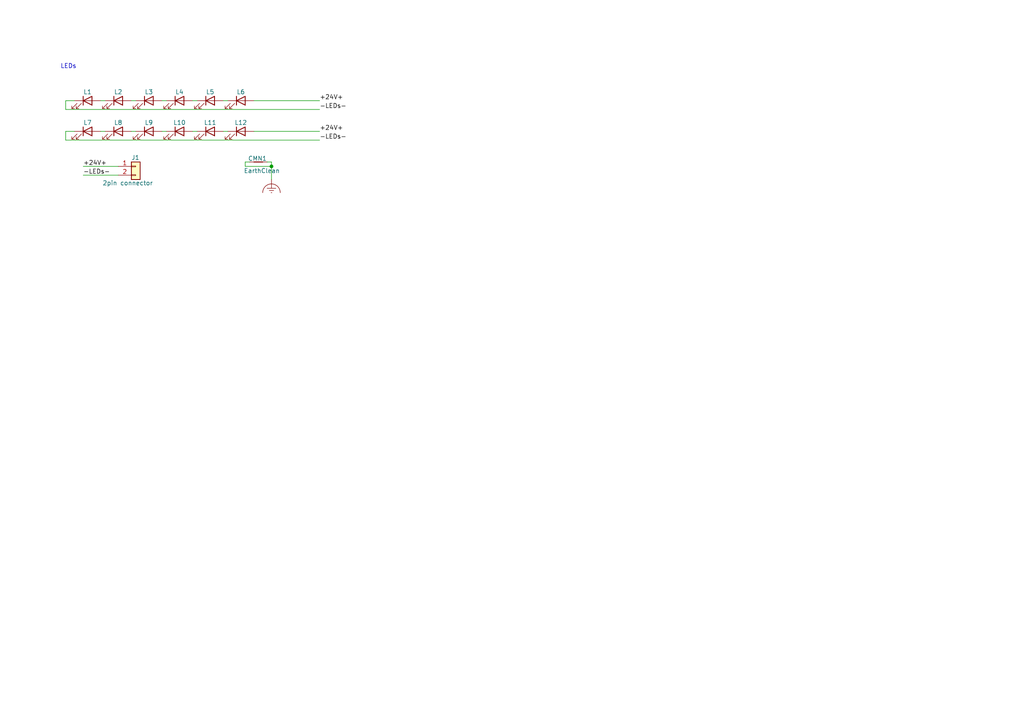
<source format=kicad_sch>
(kicad_sch (version 20231120) (generator "eeschema") (generator_version "8.0")
  (paper "A4")
  (title_block (title "Leds For Ai Cam Module") (date "2024-07-30") (rev "ver 01.01") (company "Hiper Teknoloji") (comment 1 "designer@ Nevzat DURMAZ"))
  (lib_symbols
    (symbol "Connector_Generic:Conn_01x02" (pin_names (offset 1.016) hide)
      (property "Reference" "J" (at 0 2.54 0))
      (property "Value" "Conn_01x02" (at 0 -5.08 0))
      (symbol "Conn_01x02_1_1"
        (rectangle (start -1.27 -2.413) (end 0 -2.667) (stroke (width 0.1524)))
        (rectangle (start -1.27 0.127) (end 0 -0.127) (stroke (width 0.1524)))
        (rectangle (start -1.27 1.27) (end 1.27 -3.81) (stroke (width 0.254)) (fill (type background)))
        (pin passive line (at -5.08 0 0) (length 3.81) (name "Pin_1") (number "1"))
        (pin passive line (at -5.08 -2.54 0) (length 3.81) (name "Pin_2") (number "2"))
      )
    )
    (symbol "Device:LED" (pin_numbers hide) (pin_names (offset 1.016) hide)
      (property "Reference" "D" (at 0 2.54 0))
      (property "Value" "LED" (at 0 -2.54 0))
      (symbol "LED_0_1"
        (polyline (pts (xy -1.27 -1.27) (xy -1.27 1.27)) (stroke (width 0.254)))
        (polyline (pts (xy -1.27 0) (xy 1.27 0)))
        (polyline (pts (xy 1.27 -1.27) (xy 1.27 1.27) (xy -1.27 0) (xy 1.27 -1.27)) (stroke (width 0.254)))
        (polyline (pts (xy -3.048 -0.762) (xy -4.572 -2.286) (xy -3.81 -2.286) (xy -4.572 -2.286) (xy -4.572 -1.524)))
        (polyline (pts (xy -1.778 -0.762) (xy -3.302 -2.286) (xy -2.54 -2.286) (xy -3.302 -2.286) (xy -3.302 -1.524)))
      )
      (symbol "LED_1_1"
        (pin passive line (at -3.81 0 0) (length 2.54) (name "K") (number "1"))
        (pin passive line (at 3.81 0 180) (length 2.54) (name "A") (number "2"))
      )
    )
    (symbol "Device:NetTie_2" (pin_numbers hide) (pin_names (offset 0) hide) (in_bom no)
      (property "Reference" "NT" (at 0 1.27 0))
      (property "Value" "NetTie_2" (at 0 -1.27 0))
      (symbol "NetTie_2_0_1"
        (polyline (pts (xy -1.27 0) (xy 1.27 0)) (stroke (width 0.254)))
      )
      (symbol "NetTie_2_1_1"
        (pin passive line (at -2.54 0 0) (length 2.54) (name "1") (number "1"))
        (pin passive line (at 2.54 0 180) (length 2.54) (name "2") (number "2"))
      )
    )
    (symbol "power:Earth_Clean" (power) (pin_numbers hide) (pin_names (offset 0) hide)
      (symbol "Earth_Clean_0_1"
        (polyline (pts (xy -0.635 -3.175) (xy 0.635 -3.175)))
        (polyline (pts (xy -0.127 -3.81) (xy 0.127 -3.81)))
        (polyline (pts (xy 0 -2.54) (xy 0 0)))
        (polyline (pts (xy 1.27 -2.54) (xy -1.27 -2.54)))
        (arc (start 2.54 -3.81) (mid 0 -1.281) (end -2.54 -3.81))
      )
      (symbol "Earth_Clean_1_1"
        (pin power_in line (at 0 0 270) (length 0) hide (name "Earth_Clean") (number "1"))
      )
    )
  )
  (junction (at 78.74 48.26))
  (wire (pts (xy 66.04 38.1) (xy 64.77 38.1)))
  (wire (pts (xy 24.13 48.26) (xy 34.29 48.26)))
  (wire (pts (xy 78.74 46.99) (xy 77.47 46.99)))
  (wire (pts (xy 71.12 48.26) (xy 78.74 48.26)))
  (wire (pts (xy 19.05 38.1) (xy 19.05 40.64)))
  (wire (pts (xy 19.05 40.64) (xy 92.71 40.64)))
  (wire (pts (xy 21.59 29.21) (xy 19.05 29.21)))
  (wire (pts (xy 30.48 29.21) (xy 29.21 29.21)))
  (wire (pts (xy 39.37 38.1) (xy 38.1 38.1)))
  (wire (pts (xy 24.13 50.8) (xy 34.29 50.8)))
  (wire (pts (xy 30.48 38.1) (xy 29.21 38.1)))
  (wire (pts (xy 73.66 38.1) (xy 92.71 38.1)))
  (wire (pts (xy 57.15 38.1) (xy 55.88 38.1)))
  (wire (pts (xy 39.37 29.21) (xy 38.1 29.21)))
  (wire (pts (xy 78.74 48.26) (xy 78.74 52.07)))
  (wire (pts (xy 19.05 31.75) (xy 92.71 31.75)))
  (wire (pts (xy 48.26 29.21) (xy 46.99 29.21)))
  (wire (pts (xy 78.74 46.99) (xy 78.74 48.26)))
  (wire (pts (xy 48.26 38.1) (xy 46.99 38.1)))
  (wire (pts (xy 19.05 29.21) (xy 19.05 31.75)))
  (wire (pts (xy 21.59 38.1) (xy 19.05 38.1)))
  (wire (pts (xy 73.66 29.21) (xy 92.71 29.21)))
  (wire (pts (xy 66.04 29.21) (xy 64.77 29.21)))
  (wire (pts (xy 57.15 29.21) (xy 55.88 29.21)))
  (wire (pts (xy 71.12 48.26) (xy 71.12 46.99)))
  (wire (pts (xy 71.12 46.99) (xy 72.39 46.99)))
  (text "LEDs" (at 17.526 20.066 0) (effects (font (size 1.27 1.27)) (justify left bottom)))
  (label "-LEDs-" (at 92.71 40.64 0))
  (label "+24V+" (at 92.71 29.21 0))
  (label "+24V+" (at 24.13 48.26 0))
  (label "+24V+" (at 92.71 38.1 0))
  (label "-LEDs-" (at 92.71 31.75 0))
  (label "-LEDs-" (at 24.13 50.8 0))
  (symbol (lib_id "Device:LED") (at 25.4 38.1 0) (unit 1)
    (property "Reference" "L7" (at 25.4 35.56 0))
    (property "Value" "LED" (effects (hide yes)))
    (property "Footprint" "LED_SMD:LED_PLCC_2835" (effects (hide yes)))
    (property "Description" "Light emitting diode" (effects (hide yes)))
  )
  (symbol (lib_id "Device:LED") (at 52.07 29.21 0) (unit 1)
    (property "Reference" "L4" (at 52.07 26.67 0))
    (property "Value" "LED" (effects (hide yes)))
    (property "Footprint" "LED_SMD:LED_PLCC_2835" (effects (hide yes)))
    (property "Description" "Light emitting diode" (effects (hide yes)))
  )
  (symbol (lib_id "Device:LED") (at 34.29 38.1 0) (unit 1)
    (property "Reference" "L8" (at 34.29 35.56 0))
    (property "Value" "LED" (effects (hide yes)))
    (property "Footprint" "LED_SMD:LED_PLCC_2835" (effects (hide yes)))
    (property "Description" "Light emitting diode" (effects (hide yes)))
  )
  (symbol (lib_id "Device:LED") (at 52.07 38.1 0) (unit 1)
    (property "Reference" "L10" (at 52.07 35.56 0))
    (property "Value" "LED" (effects (hide yes)))
    (property "Footprint" "LED_SMD:LED_PLCC_2835" (effects (hide yes)))
    (property "Description" "Light emitting diode" (effects (hide yes)))
  )
  (symbol (lib_id "Device:LED") (at 25.4 29.21 0) (unit 1)
    (property "Reference" "L1" (at 25.4 26.67 0))
    (property "Value" "LED" (effects (hide yes)))
    (property "Footprint" "LED_SMD:LED_PLCC_2835" (effects (hide yes)))
    (property "Description" "Light emitting diode" (effects (hide yes)))
  )
  (symbol (lib_id "Device:LED") (at 43.18 38.1 0) (unit 1)
    (property "Reference" "L9" (at 43.18 35.56 0))
    (property "Value" "LED" (effects (hide yes)))
    (property "Footprint" "LED_SMD:LED_PLCC_2835" (effects (hide yes)))
    (property "Description" "Light emitting diode" (effects (hide yes)))
  )
  (symbol (lib_id "Device:LED") (at 34.29 29.21 0) (unit 1)
    (property "Reference" "L2" (at 34.29 26.67 0))
    (property "Value" "LED" (effects (hide yes)))
    (property "Footprint" "LED_SMD:LED_PLCC_2835" (effects (hide yes)))
    (property "Description" "Light emitting diode" (effects (hide yes)))
  )
  (symbol (lib_id "Device:NetTie_2") (at 74.93 46.99 0) (unit 1) (in_bom no)
    (property "Reference" "CMN1" (at 74.676 45.974 0))
    (property "Value" "EarthClean" (at 75.946 49.53 0))
    (property "Footprint" "NetTie:NetTie-2_SMD_Pad0.5mm" (effects (hide yes)))
  )
  (symbol (lib_id "Device:LED") (at 69.85 29.21 0) (unit 1)
    (property "Reference" "L6" (at 69.85 26.67 0))
    (property "Value" "LED" (effects (hide yes)))
    (property "Footprint" "LED_SMD:LED_PLCC_2835" (effects (hide yes)))
    (property "Description" "Light emitting diode" (effects (hide yes)))
  )
  (symbol (lib_id "Device:LED") (at 69.85 38.1 0) (unit 1)
    (property "Reference" "L12" (at 69.85 35.56 0))
    (property "Value" "LED" (effects (hide yes)))
    (property "Footprint" "LED_SMD:LED_PLCC_2835" (effects (hide yes)))
    (property "Description" "Light emitting diode" (effects (hide yes)))
  )
  (symbol (lib_id "Device:LED") (at 43.18 29.21 0) (unit 1)
    (property "Reference" "L3" (at 43.18 26.67 0))
    (property "Value" "LED" (effects (hide yes)))
    (property "Footprint" "LED_SMD:LED_PLCC_2835" (effects (hide yes)))
    (property "Description" "Light emitting diode" (effects (hide yes)))
  )
  (symbol (lib_id "Device:LED") (at 60.96 29.21 0) (unit 1)
    (property "Reference" "L5" (at 60.96 26.67 0))
    (property "Value" "LED" (effects (hide yes)))
    (property "Footprint" "LED_SMD:LED_PLCC_2835" (effects (hide yes)))
    (property "Description" "Light emitting diode" (effects (hide yes)))
  )
  (symbol (lib_id "power:Earth_Clean") (at 78.74 52.07 0) (unit 1)
    (property "Reference" "#PWR03" (effects (hide yes)))
    (property "Value" "Earth_Clean" (effects (hide yes)))
  )
  (symbol (lib_id "Device:LED") (at 60.96 38.1 0) (unit 1)
    (property "Reference" "L11" (at 60.96 35.56 0))
    (property "Value" "LED" (effects (hide yes)))
    (property "Footprint" "LED_SMD:LED_PLCC_2835" (effects (hide yes)))
    (property "Description" "Light emitting diode" (effects (hide yes)))
  )
  (symbol (lib_id "Connector_Generic:Conn_01x02") (at 39.37 48.26 0) (unit 1)
    (property "Reference" "J1" (at 38.1 45.72 0) (effects (justify left)))
    (property "Value" "2pin connector" (at 29.718 53.086 0) (effects (justify left)))
    (property "Footprint" "Connector_PinHeader_2.54mm:PinHeader_1x02_P2.54mm_Vertical" (effects (hide yes)))
    (property "Description" "2pin 2.54mm molex connector (unmount)" (effects (hide yes)))
    (property "Sim.Library" ".\\" (effects (hide yes)))
  )
)
</source>
